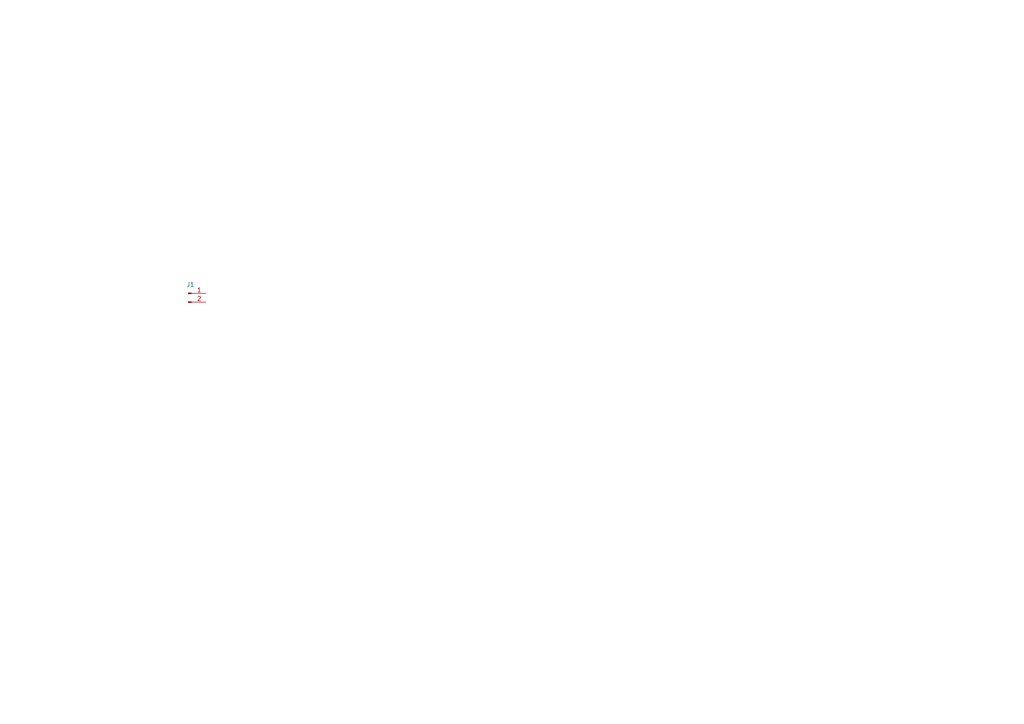
<source format=kicad_sch>
(kicad_sch (version 20230121) (generator eeschema)
  (paper "A4")
  (title_block (title "tmc5160_featherwing") (date "2024-03-25") (rev "1.0") (company "Howard Hughes Medical Institute"))
  (lib_symbols
    (symbol "Janelia:Conn_TERM_HDR_01x02_Pin_3.5MM_Horizontal" (pin_names (offset 1.016) hide)
      (property "Reference" "J" (at -3.81 0 0))
      (symbol "Conn_TERM_HDR_01x02_Pin_3.5MM_Horizontal_1_1"
        (polyline (pts (xy 1.27 -2.54) (xy 0.8636 -2.54)) (stroke (width 0.1524)))
        (polyline (pts (xy 1.27 0) (xy 0.8636 0)) (stroke (width 0.1524)))
        (rectangle (start 0.8636 -2.413) (end 0 -2.667) (stroke (width 0.1524)) (fill (type outline)))
        (rectangle (start 0.8636 0.127) (end 0 -0.127) (stroke (width 0.1524)) (fill (type outline)))
        (pin passive line (at 5.08 0 180) (length 3.81) (name "Pin_1") (number "1"))
        (pin passive line (at 5.08 -2.54 180) (length 3.81) (name "Pin_2") (number "2"))
      )
    )
  )
  (symbol (lib_id "Janelia:Conn_TERM_HDR_01x02_Pin_3.5MM_Horizontal") (at 54.61 85.09 0) (unit 1)
    (property "Reference" "J1" (at 55.245 82.55 0))
    (property "Value" "Conn_TERM_HDR_01x02_Pin_3.5MM_Horizontal" (effects hide))
    (property "Footprint" "Janelia:PhoenixContact_MC_1,5_2-G-3.5_1x02_P3.50mm_Horizontal" (effects hide))
    (property "Manufacturer" "Phoenix Contact" (effects hide))
    (property "Manufacturer Part Number" "1844210" (effects hide))
    (property "Description" "TERM BLOCK HDR 2POS 90DEG 3.5MM" (effects hide))
    (property "Vendor" "Digi-Key" (effects hide))
    (property "Vendor Part Number" "277-2416-ND" (effects hide))
    (property "Sim.Enable" "0" (effects hide))
  )
)
</source>
